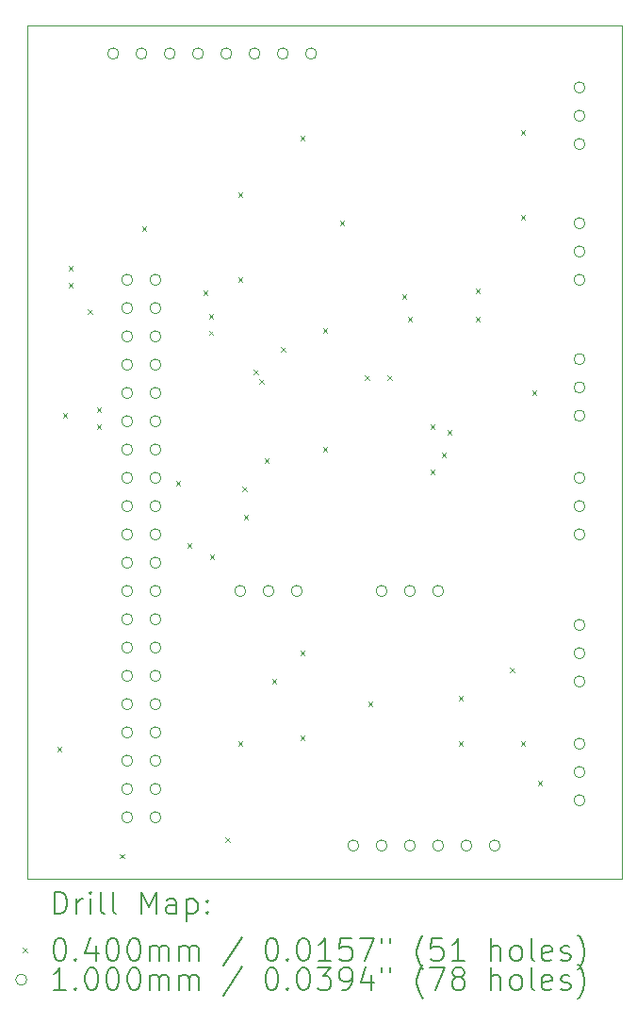
<source format=gbr>
%TF.GenerationSoftware,KiCad,Pcbnew,7.0.1-0*%
%TF.CreationDate,2024-03-21T16:57:51-04:00*%
%TF.ProjectId,pihat,70696861-742e-46b6-9963-61645f706362,rev?*%
%TF.SameCoordinates,Original*%
%TF.FileFunction,Drillmap*%
%TF.FilePolarity,Positive*%
%FSLAX45Y45*%
G04 Gerber Fmt 4.5, Leading zero omitted, Abs format (unit mm)*
G04 Created by KiCad (PCBNEW 7.0.1-0) date 2024-03-21 16:57:51*
%MOMM*%
%LPD*%
G01*
G04 APERTURE LIST*
%ADD10C,0.100000*%
%ADD11C,0.200000*%
%ADD12C,0.040000*%
G04 APERTURE END LIST*
D10*
X5200000Y-5588000D02*
X10541000Y-5588000D01*
X10541000Y-13250000D01*
X5200000Y-13250000D01*
X5200000Y-5588000D01*
D11*
D12*
X5466400Y-12070400D02*
X5506400Y-12110400D01*
X5506400Y-12070400D02*
X5466400Y-12110400D01*
X5517200Y-9073200D02*
X5557200Y-9113200D01*
X5557200Y-9073200D02*
X5517200Y-9113200D01*
X5567950Y-7752400D02*
X5607950Y-7792400D01*
X5607950Y-7752400D02*
X5567950Y-7792400D01*
X5567950Y-7904800D02*
X5607950Y-7944800D01*
X5607950Y-7904800D02*
X5567950Y-7944800D01*
X5739810Y-8139390D02*
X5779810Y-8179390D01*
X5779810Y-8139390D02*
X5739810Y-8179390D01*
X5822000Y-9022400D02*
X5862000Y-9062400D01*
X5862000Y-9022400D02*
X5822000Y-9062400D01*
X5822000Y-9174800D02*
X5862000Y-9214800D01*
X5862000Y-9174800D02*
X5822000Y-9214800D01*
X6030000Y-13030000D02*
X6070000Y-13070000D01*
X6070000Y-13030000D02*
X6030000Y-13070000D01*
X6228400Y-7396800D02*
X6268400Y-7436800D01*
X6268400Y-7396800D02*
X6228400Y-7436800D01*
X6533200Y-9682800D02*
X6573200Y-9722800D01*
X6573200Y-9682800D02*
X6533200Y-9722800D01*
X6634800Y-10241600D02*
X6674800Y-10281600D01*
X6674800Y-10241600D02*
X6634800Y-10281600D01*
X6780000Y-7971500D02*
X6820000Y-8011500D01*
X6820000Y-7971500D02*
X6780000Y-8011500D01*
X6830000Y-8180450D02*
X6870000Y-8220450D01*
X6870000Y-8180450D02*
X6830000Y-8220450D01*
X6830000Y-8330000D02*
X6870000Y-8370000D01*
X6870000Y-8330000D02*
X6830000Y-8370000D01*
X6838000Y-10343200D02*
X6878000Y-10383200D01*
X6878000Y-10343200D02*
X6838000Y-10383200D01*
X6980000Y-12880000D02*
X7020000Y-12920000D01*
X7020000Y-12880000D02*
X6980000Y-12920000D01*
X7092000Y-7092000D02*
X7132000Y-7132000D01*
X7132000Y-7092000D02*
X7092000Y-7132000D01*
X7092000Y-7854000D02*
X7132000Y-7894000D01*
X7132000Y-7854000D02*
X7092000Y-7894000D01*
X7092000Y-12019600D02*
X7132000Y-12059600D01*
X7132000Y-12019600D02*
X7092000Y-12059600D01*
X7130000Y-9730000D02*
X7170000Y-9770000D01*
X7170000Y-9730000D02*
X7130000Y-9770000D01*
X7142800Y-9987600D02*
X7182800Y-10027600D01*
X7182800Y-9987600D02*
X7142800Y-10027600D01*
X7230000Y-8680000D02*
X7270000Y-8720000D01*
X7270000Y-8680000D02*
X7230000Y-8720000D01*
X7280000Y-8769550D02*
X7320000Y-8809550D01*
X7320000Y-8769550D02*
X7280000Y-8809550D01*
X7330000Y-9480000D02*
X7370000Y-9520000D01*
X7370000Y-9480000D02*
X7330000Y-9520000D01*
X7396800Y-11460800D02*
X7436800Y-11500800D01*
X7436800Y-11460800D02*
X7396800Y-11500800D01*
X7480000Y-8480000D02*
X7520000Y-8520000D01*
X7520000Y-8480000D02*
X7480000Y-8520000D01*
X7650800Y-6584000D02*
X7690800Y-6624000D01*
X7690800Y-6584000D02*
X7650800Y-6624000D01*
X7650800Y-11206800D02*
X7690800Y-11246800D01*
X7690800Y-11206800D02*
X7650800Y-11246800D01*
X7650800Y-11968800D02*
X7690800Y-12008800D01*
X7690800Y-11968800D02*
X7650800Y-12008800D01*
X7854000Y-8311200D02*
X7894000Y-8351200D01*
X7894000Y-8311200D02*
X7854000Y-8351200D01*
X7854000Y-9378000D02*
X7894000Y-9418000D01*
X7894000Y-9378000D02*
X7854000Y-9418000D01*
X8006400Y-7346000D02*
X8046400Y-7386000D01*
X8046400Y-7346000D02*
X8006400Y-7386000D01*
X8230000Y-8730000D02*
X8270000Y-8770000D01*
X8270000Y-8730000D02*
X8230000Y-8770000D01*
X8260400Y-11664000D02*
X8300400Y-11704000D01*
X8300400Y-11664000D02*
X8260400Y-11704000D01*
X8434450Y-8730000D02*
X8474450Y-8770000D01*
X8474450Y-8730000D02*
X8434450Y-8770000D01*
X8565200Y-8006400D02*
X8605200Y-8046400D01*
X8605200Y-8006400D02*
X8565200Y-8046400D01*
X8616000Y-8209600D02*
X8656000Y-8249600D01*
X8656000Y-8209600D02*
X8616000Y-8249600D01*
X8819200Y-9174800D02*
X8859200Y-9214800D01*
X8859200Y-9174800D02*
X8819200Y-9214800D01*
X8819200Y-9581200D02*
X8859200Y-9621200D01*
X8859200Y-9581200D02*
X8819200Y-9621200D01*
X8920800Y-9428800D02*
X8960800Y-9468800D01*
X8960800Y-9428800D02*
X8920800Y-9468800D01*
X8971600Y-9225600D02*
X9011600Y-9265600D01*
X9011600Y-9225600D02*
X8971600Y-9265600D01*
X9073200Y-11613200D02*
X9113200Y-11653200D01*
X9113200Y-11613200D02*
X9073200Y-11653200D01*
X9073200Y-12019600D02*
X9113200Y-12059600D01*
X9113200Y-12019600D02*
X9073200Y-12059600D01*
X9225600Y-7955600D02*
X9265600Y-7995600D01*
X9265600Y-7955600D02*
X9225600Y-7995600D01*
X9225600Y-8209600D02*
X9265600Y-8249600D01*
X9265600Y-8209600D02*
X9225600Y-8249600D01*
X9533000Y-11359200D02*
X9573000Y-11399200D01*
X9573000Y-11359200D02*
X9533000Y-11399200D01*
X9632000Y-6533200D02*
X9672000Y-6573200D01*
X9672000Y-6533200D02*
X9632000Y-6573200D01*
X9632000Y-7295200D02*
X9672000Y-7335200D01*
X9672000Y-7295200D02*
X9632000Y-7335200D01*
X9632000Y-12019600D02*
X9672000Y-12059600D01*
X9672000Y-12019600D02*
X9632000Y-12059600D01*
X9733600Y-8870000D02*
X9773600Y-8910000D01*
X9773600Y-8870000D02*
X9733600Y-8910000D01*
X9784400Y-12375200D02*
X9824400Y-12415200D01*
X9824400Y-12375200D02*
X9784400Y-12415200D01*
D10*
X6020500Y-5842000D02*
G75*
G03*
X6020500Y-5842000I-50000J0D01*
G01*
X6146000Y-7874000D02*
G75*
G03*
X6146000Y-7874000I-50000J0D01*
G01*
X6146000Y-8128000D02*
G75*
G03*
X6146000Y-8128000I-50000J0D01*
G01*
X6146000Y-8382000D02*
G75*
G03*
X6146000Y-8382000I-50000J0D01*
G01*
X6146000Y-8636000D02*
G75*
G03*
X6146000Y-8636000I-50000J0D01*
G01*
X6146000Y-8890000D02*
G75*
G03*
X6146000Y-8890000I-50000J0D01*
G01*
X6146000Y-9144000D02*
G75*
G03*
X6146000Y-9144000I-50000J0D01*
G01*
X6146000Y-9398000D02*
G75*
G03*
X6146000Y-9398000I-50000J0D01*
G01*
X6146000Y-9652000D02*
G75*
G03*
X6146000Y-9652000I-50000J0D01*
G01*
X6146000Y-9906000D02*
G75*
G03*
X6146000Y-9906000I-50000J0D01*
G01*
X6146000Y-10160000D02*
G75*
G03*
X6146000Y-10160000I-50000J0D01*
G01*
X6146000Y-10414000D02*
G75*
G03*
X6146000Y-10414000I-50000J0D01*
G01*
X6146000Y-10668000D02*
G75*
G03*
X6146000Y-10668000I-50000J0D01*
G01*
X6146000Y-10922000D02*
G75*
G03*
X6146000Y-10922000I-50000J0D01*
G01*
X6146000Y-11176000D02*
G75*
G03*
X6146000Y-11176000I-50000J0D01*
G01*
X6146000Y-11430000D02*
G75*
G03*
X6146000Y-11430000I-50000J0D01*
G01*
X6146000Y-11684000D02*
G75*
G03*
X6146000Y-11684000I-50000J0D01*
G01*
X6146000Y-11938000D02*
G75*
G03*
X6146000Y-11938000I-50000J0D01*
G01*
X6146000Y-12192000D02*
G75*
G03*
X6146000Y-12192000I-50000J0D01*
G01*
X6146000Y-12446000D02*
G75*
G03*
X6146000Y-12446000I-50000J0D01*
G01*
X6146000Y-12700000D02*
G75*
G03*
X6146000Y-12700000I-50000J0D01*
G01*
X6274500Y-5842000D02*
G75*
G03*
X6274500Y-5842000I-50000J0D01*
G01*
X6400000Y-7874000D02*
G75*
G03*
X6400000Y-7874000I-50000J0D01*
G01*
X6400000Y-8128000D02*
G75*
G03*
X6400000Y-8128000I-50000J0D01*
G01*
X6400000Y-8382000D02*
G75*
G03*
X6400000Y-8382000I-50000J0D01*
G01*
X6400000Y-8636000D02*
G75*
G03*
X6400000Y-8636000I-50000J0D01*
G01*
X6400000Y-8890000D02*
G75*
G03*
X6400000Y-8890000I-50000J0D01*
G01*
X6400000Y-9144000D02*
G75*
G03*
X6400000Y-9144000I-50000J0D01*
G01*
X6400000Y-9398000D02*
G75*
G03*
X6400000Y-9398000I-50000J0D01*
G01*
X6400000Y-9652000D02*
G75*
G03*
X6400000Y-9652000I-50000J0D01*
G01*
X6400000Y-9906000D02*
G75*
G03*
X6400000Y-9906000I-50000J0D01*
G01*
X6400000Y-10160000D02*
G75*
G03*
X6400000Y-10160000I-50000J0D01*
G01*
X6400000Y-10414000D02*
G75*
G03*
X6400000Y-10414000I-50000J0D01*
G01*
X6400000Y-10668000D02*
G75*
G03*
X6400000Y-10668000I-50000J0D01*
G01*
X6400000Y-10922000D02*
G75*
G03*
X6400000Y-10922000I-50000J0D01*
G01*
X6400000Y-11176000D02*
G75*
G03*
X6400000Y-11176000I-50000J0D01*
G01*
X6400000Y-11430000D02*
G75*
G03*
X6400000Y-11430000I-50000J0D01*
G01*
X6400000Y-11684000D02*
G75*
G03*
X6400000Y-11684000I-50000J0D01*
G01*
X6400000Y-11938000D02*
G75*
G03*
X6400000Y-11938000I-50000J0D01*
G01*
X6400000Y-12192000D02*
G75*
G03*
X6400000Y-12192000I-50000J0D01*
G01*
X6400000Y-12446000D02*
G75*
G03*
X6400000Y-12446000I-50000J0D01*
G01*
X6400000Y-12700000D02*
G75*
G03*
X6400000Y-12700000I-50000J0D01*
G01*
X6528500Y-5842000D02*
G75*
G03*
X6528500Y-5842000I-50000J0D01*
G01*
X6782500Y-5842000D02*
G75*
G03*
X6782500Y-5842000I-50000J0D01*
G01*
X7036500Y-5842000D02*
G75*
G03*
X7036500Y-5842000I-50000J0D01*
G01*
X7162000Y-10668000D02*
G75*
G03*
X7162000Y-10668000I-50000J0D01*
G01*
X7290500Y-5842000D02*
G75*
G03*
X7290500Y-5842000I-50000J0D01*
G01*
X7416000Y-10668000D02*
G75*
G03*
X7416000Y-10668000I-50000J0D01*
G01*
X7544500Y-5842000D02*
G75*
G03*
X7544500Y-5842000I-50000J0D01*
G01*
X7670000Y-10668000D02*
G75*
G03*
X7670000Y-10668000I-50000J0D01*
G01*
X7798500Y-5842000D02*
G75*
G03*
X7798500Y-5842000I-50000J0D01*
G01*
X8178000Y-12954000D02*
G75*
G03*
X8178000Y-12954000I-50000J0D01*
G01*
X8432000Y-10668000D02*
G75*
G03*
X8432000Y-10668000I-50000J0D01*
G01*
X8432000Y-12954000D02*
G75*
G03*
X8432000Y-12954000I-50000J0D01*
G01*
X8686000Y-10668000D02*
G75*
G03*
X8686000Y-10668000I-50000J0D01*
G01*
X8686000Y-12954000D02*
G75*
G03*
X8686000Y-12954000I-50000J0D01*
G01*
X8940000Y-10668000D02*
G75*
G03*
X8940000Y-10668000I-50000J0D01*
G01*
X8940000Y-12954000D02*
G75*
G03*
X8940000Y-12954000I-50000J0D01*
G01*
X9194000Y-12954000D02*
G75*
G03*
X9194000Y-12954000I-50000J0D01*
G01*
X9448000Y-12954000D02*
G75*
G03*
X9448000Y-12954000I-50000J0D01*
G01*
X10210000Y-6146800D02*
G75*
G03*
X10210000Y-6146800I-50000J0D01*
G01*
X10210000Y-6400800D02*
G75*
G03*
X10210000Y-6400800I-50000J0D01*
G01*
X10210000Y-6654800D02*
G75*
G03*
X10210000Y-6654800I-50000J0D01*
G01*
X10210000Y-7366000D02*
G75*
G03*
X10210000Y-7366000I-50000J0D01*
G01*
X10210000Y-7620000D02*
G75*
G03*
X10210000Y-7620000I-50000J0D01*
G01*
X10210000Y-7874000D02*
G75*
G03*
X10210000Y-7874000I-50000J0D01*
G01*
X10210000Y-8586700D02*
G75*
G03*
X10210000Y-8586700I-50000J0D01*
G01*
X10210000Y-8840700D02*
G75*
G03*
X10210000Y-8840700I-50000J0D01*
G01*
X10210000Y-9094700D02*
G75*
G03*
X10210000Y-9094700I-50000J0D01*
G01*
X10210000Y-9652000D02*
G75*
G03*
X10210000Y-9652000I-50000J0D01*
G01*
X10210000Y-9906000D02*
G75*
G03*
X10210000Y-9906000I-50000J0D01*
G01*
X10210000Y-10160000D02*
G75*
G03*
X10210000Y-10160000I-50000J0D01*
G01*
X10210000Y-10972800D02*
G75*
G03*
X10210000Y-10972800I-50000J0D01*
G01*
X10210000Y-11226800D02*
G75*
G03*
X10210000Y-11226800I-50000J0D01*
G01*
X10210000Y-11480800D02*
G75*
G03*
X10210000Y-11480800I-50000J0D01*
G01*
X10210000Y-12039600D02*
G75*
G03*
X10210000Y-12039600I-50000J0D01*
G01*
X10210000Y-12293600D02*
G75*
G03*
X10210000Y-12293600I-50000J0D01*
G01*
X10210000Y-12547600D02*
G75*
G03*
X10210000Y-12547600I-50000J0D01*
G01*
D11*
X5442619Y-13567524D02*
X5442619Y-13367524D01*
X5442619Y-13367524D02*
X5490238Y-13367524D01*
X5490238Y-13367524D02*
X5518810Y-13377048D01*
X5518810Y-13377048D02*
X5537857Y-13396095D01*
X5537857Y-13396095D02*
X5547381Y-13415143D01*
X5547381Y-13415143D02*
X5556905Y-13453238D01*
X5556905Y-13453238D02*
X5556905Y-13481809D01*
X5556905Y-13481809D02*
X5547381Y-13519905D01*
X5547381Y-13519905D02*
X5537857Y-13538952D01*
X5537857Y-13538952D02*
X5518810Y-13558000D01*
X5518810Y-13558000D02*
X5490238Y-13567524D01*
X5490238Y-13567524D02*
X5442619Y-13567524D01*
X5642619Y-13567524D02*
X5642619Y-13434190D01*
X5642619Y-13472286D02*
X5652143Y-13453238D01*
X5652143Y-13453238D02*
X5661667Y-13443714D01*
X5661667Y-13443714D02*
X5680714Y-13434190D01*
X5680714Y-13434190D02*
X5699762Y-13434190D01*
X5766428Y-13567524D02*
X5766428Y-13434190D01*
X5766428Y-13367524D02*
X5756905Y-13377048D01*
X5756905Y-13377048D02*
X5766428Y-13386571D01*
X5766428Y-13386571D02*
X5775952Y-13377048D01*
X5775952Y-13377048D02*
X5766428Y-13367524D01*
X5766428Y-13367524D02*
X5766428Y-13386571D01*
X5890238Y-13567524D02*
X5871190Y-13558000D01*
X5871190Y-13558000D02*
X5861667Y-13538952D01*
X5861667Y-13538952D02*
X5861667Y-13367524D01*
X5995000Y-13567524D02*
X5975952Y-13558000D01*
X5975952Y-13558000D02*
X5966428Y-13538952D01*
X5966428Y-13538952D02*
X5966428Y-13367524D01*
X6223571Y-13567524D02*
X6223571Y-13367524D01*
X6223571Y-13367524D02*
X6290238Y-13510381D01*
X6290238Y-13510381D02*
X6356905Y-13367524D01*
X6356905Y-13367524D02*
X6356905Y-13567524D01*
X6537857Y-13567524D02*
X6537857Y-13462762D01*
X6537857Y-13462762D02*
X6528333Y-13443714D01*
X6528333Y-13443714D02*
X6509286Y-13434190D01*
X6509286Y-13434190D02*
X6471190Y-13434190D01*
X6471190Y-13434190D02*
X6452143Y-13443714D01*
X6537857Y-13558000D02*
X6518809Y-13567524D01*
X6518809Y-13567524D02*
X6471190Y-13567524D01*
X6471190Y-13567524D02*
X6452143Y-13558000D01*
X6452143Y-13558000D02*
X6442619Y-13538952D01*
X6442619Y-13538952D02*
X6442619Y-13519905D01*
X6442619Y-13519905D02*
X6452143Y-13500857D01*
X6452143Y-13500857D02*
X6471190Y-13491333D01*
X6471190Y-13491333D02*
X6518809Y-13491333D01*
X6518809Y-13491333D02*
X6537857Y-13481809D01*
X6633095Y-13434190D02*
X6633095Y-13634190D01*
X6633095Y-13443714D02*
X6652143Y-13434190D01*
X6652143Y-13434190D02*
X6690238Y-13434190D01*
X6690238Y-13434190D02*
X6709286Y-13443714D01*
X6709286Y-13443714D02*
X6718809Y-13453238D01*
X6718809Y-13453238D02*
X6728333Y-13472286D01*
X6728333Y-13472286D02*
X6728333Y-13529428D01*
X6728333Y-13529428D02*
X6718809Y-13548476D01*
X6718809Y-13548476D02*
X6709286Y-13558000D01*
X6709286Y-13558000D02*
X6690238Y-13567524D01*
X6690238Y-13567524D02*
X6652143Y-13567524D01*
X6652143Y-13567524D02*
X6633095Y-13558000D01*
X6814048Y-13548476D02*
X6823571Y-13558000D01*
X6823571Y-13558000D02*
X6814048Y-13567524D01*
X6814048Y-13567524D02*
X6804524Y-13558000D01*
X6804524Y-13558000D02*
X6814048Y-13548476D01*
X6814048Y-13548476D02*
X6814048Y-13567524D01*
X6814048Y-13443714D02*
X6823571Y-13453238D01*
X6823571Y-13453238D02*
X6814048Y-13462762D01*
X6814048Y-13462762D02*
X6804524Y-13453238D01*
X6804524Y-13453238D02*
X6814048Y-13443714D01*
X6814048Y-13443714D02*
X6814048Y-13462762D01*
D12*
X5155000Y-13875000D02*
X5195000Y-13915000D01*
X5195000Y-13875000D02*
X5155000Y-13915000D01*
D11*
X5480714Y-13787524D02*
X5499762Y-13787524D01*
X5499762Y-13787524D02*
X5518810Y-13797048D01*
X5518810Y-13797048D02*
X5528333Y-13806571D01*
X5528333Y-13806571D02*
X5537857Y-13825619D01*
X5537857Y-13825619D02*
X5547381Y-13863714D01*
X5547381Y-13863714D02*
X5547381Y-13911333D01*
X5547381Y-13911333D02*
X5537857Y-13949428D01*
X5537857Y-13949428D02*
X5528333Y-13968476D01*
X5528333Y-13968476D02*
X5518810Y-13978000D01*
X5518810Y-13978000D02*
X5499762Y-13987524D01*
X5499762Y-13987524D02*
X5480714Y-13987524D01*
X5480714Y-13987524D02*
X5461667Y-13978000D01*
X5461667Y-13978000D02*
X5452143Y-13968476D01*
X5452143Y-13968476D02*
X5442619Y-13949428D01*
X5442619Y-13949428D02*
X5433095Y-13911333D01*
X5433095Y-13911333D02*
X5433095Y-13863714D01*
X5433095Y-13863714D02*
X5442619Y-13825619D01*
X5442619Y-13825619D02*
X5452143Y-13806571D01*
X5452143Y-13806571D02*
X5461667Y-13797048D01*
X5461667Y-13797048D02*
X5480714Y-13787524D01*
X5633095Y-13968476D02*
X5642619Y-13978000D01*
X5642619Y-13978000D02*
X5633095Y-13987524D01*
X5633095Y-13987524D02*
X5623571Y-13978000D01*
X5623571Y-13978000D02*
X5633095Y-13968476D01*
X5633095Y-13968476D02*
X5633095Y-13987524D01*
X5814048Y-13854190D02*
X5814048Y-13987524D01*
X5766428Y-13778000D02*
X5718809Y-13920857D01*
X5718809Y-13920857D02*
X5842619Y-13920857D01*
X5956905Y-13787524D02*
X5975952Y-13787524D01*
X5975952Y-13787524D02*
X5995000Y-13797048D01*
X5995000Y-13797048D02*
X6004524Y-13806571D01*
X6004524Y-13806571D02*
X6014048Y-13825619D01*
X6014048Y-13825619D02*
X6023571Y-13863714D01*
X6023571Y-13863714D02*
X6023571Y-13911333D01*
X6023571Y-13911333D02*
X6014048Y-13949428D01*
X6014048Y-13949428D02*
X6004524Y-13968476D01*
X6004524Y-13968476D02*
X5995000Y-13978000D01*
X5995000Y-13978000D02*
X5975952Y-13987524D01*
X5975952Y-13987524D02*
X5956905Y-13987524D01*
X5956905Y-13987524D02*
X5937857Y-13978000D01*
X5937857Y-13978000D02*
X5928333Y-13968476D01*
X5928333Y-13968476D02*
X5918809Y-13949428D01*
X5918809Y-13949428D02*
X5909286Y-13911333D01*
X5909286Y-13911333D02*
X5909286Y-13863714D01*
X5909286Y-13863714D02*
X5918809Y-13825619D01*
X5918809Y-13825619D02*
X5928333Y-13806571D01*
X5928333Y-13806571D02*
X5937857Y-13797048D01*
X5937857Y-13797048D02*
X5956905Y-13787524D01*
X6147381Y-13787524D02*
X6166429Y-13787524D01*
X6166429Y-13787524D02*
X6185476Y-13797048D01*
X6185476Y-13797048D02*
X6195000Y-13806571D01*
X6195000Y-13806571D02*
X6204524Y-13825619D01*
X6204524Y-13825619D02*
X6214048Y-13863714D01*
X6214048Y-13863714D02*
X6214048Y-13911333D01*
X6214048Y-13911333D02*
X6204524Y-13949428D01*
X6204524Y-13949428D02*
X6195000Y-13968476D01*
X6195000Y-13968476D02*
X6185476Y-13978000D01*
X6185476Y-13978000D02*
X6166429Y-13987524D01*
X6166429Y-13987524D02*
X6147381Y-13987524D01*
X6147381Y-13987524D02*
X6128333Y-13978000D01*
X6128333Y-13978000D02*
X6118809Y-13968476D01*
X6118809Y-13968476D02*
X6109286Y-13949428D01*
X6109286Y-13949428D02*
X6099762Y-13911333D01*
X6099762Y-13911333D02*
X6099762Y-13863714D01*
X6099762Y-13863714D02*
X6109286Y-13825619D01*
X6109286Y-13825619D02*
X6118809Y-13806571D01*
X6118809Y-13806571D02*
X6128333Y-13797048D01*
X6128333Y-13797048D02*
X6147381Y-13787524D01*
X6299762Y-13987524D02*
X6299762Y-13854190D01*
X6299762Y-13873238D02*
X6309286Y-13863714D01*
X6309286Y-13863714D02*
X6328333Y-13854190D01*
X6328333Y-13854190D02*
X6356905Y-13854190D01*
X6356905Y-13854190D02*
X6375952Y-13863714D01*
X6375952Y-13863714D02*
X6385476Y-13882762D01*
X6385476Y-13882762D02*
X6385476Y-13987524D01*
X6385476Y-13882762D02*
X6395000Y-13863714D01*
X6395000Y-13863714D02*
X6414048Y-13854190D01*
X6414048Y-13854190D02*
X6442619Y-13854190D01*
X6442619Y-13854190D02*
X6461667Y-13863714D01*
X6461667Y-13863714D02*
X6471190Y-13882762D01*
X6471190Y-13882762D02*
X6471190Y-13987524D01*
X6566429Y-13987524D02*
X6566429Y-13854190D01*
X6566429Y-13873238D02*
X6575952Y-13863714D01*
X6575952Y-13863714D02*
X6595000Y-13854190D01*
X6595000Y-13854190D02*
X6623571Y-13854190D01*
X6623571Y-13854190D02*
X6642619Y-13863714D01*
X6642619Y-13863714D02*
X6652143Y-13882762D01*
X6652143Y-13882762D02*
X6652143Y-13987524D01*
X6652143Y-13882762D02*
X6661667Y-13863714D01*
X6661667Y-13863714D02*
X6680714Y-13854190D01*
X6680714Y-13854190D02*
X6709286Y-13854190D01*
X6709286Y-13854190D02*
X6728333Y-13863714D01*
X6728333Y-13863714D02*
X6737857Y-13882762D01*
X6737857Y-13882762D02*
X6737857Y-13987524D01*
X7128333Y-13778000D02*
X6956905Y-14035143D01*
X7385476Y-13787524D02*
X7404524Y-13787524D01*
X7404524Y-13787524D02*
X7423572Y-13797048D01*
X7423572Y-13797048D02*
X7433095Y-13806571D01*
X7433095Y-13806571D02*
X7442619Y-13825619D01*
X7442619Y-13825619D02*
X7452143Y-13863714D01*
X7452143Y-13863714D02*
X7452143Y-13911333D01*
X7452143Y-13911333D02*
X7442619Y-13949428D01*
X7442619Y-13949428D02*
X7433095Y-13968476D01*
X7433095Y-13968476D02*
X7423572Y-13978000D01*
X7423572Y-13978000D02*
X7404524Y-13987524D01*
X7404524Y-13987524D02*
X7385476Y-13987524D01*
X7385476Y-13987524D02*
X7366429Y-13978000D01*
X7366429Y-13978000D02*
X7356905Y-13968476D01*
X7356905Y-13968476D02*
X7347381Y-13949428D01*
X7347381Y-13949428D02*
X7337857Y-13911333D01*
X7337857Y-13911333D02*
X7337857Y-13863714D01*
X7337857Y-13863714D02*
X7347381Y-13825619D01*
X7347381Y-13825619D02*
X7356905Y-13806571D01*
X7356905Y-13806571D02*
X7366429Y-13797048D01*
X7366429Y-13797048D02*
X7385476Y-13787524D01*
X7537857Y-13968476D02*
X7547381Y-13978000D01*
X7547381Y-13978000D02*
X7537857Y-13987524D01*
X7537857Y-13987524D02*
X7528333Y-13978000D01*
X7528333Y-13978000D02*
X7537857Y-13968476D01*
X7537857Y-13968476D02*
X7537857Y-13987524D01*
X7671191Y-13787524D02*
X7690238Y-13787524D01*
X7690238Y-13787524D02*
X7709286Y-13797048D01*
X7709286Y-13797048D02*
X7718810Y-13806571D01*
X7718810Y-13806571D02*
X7728333Y-13825619D01*
X7728333Y-13825619D02*
X7737857Y-13863714D01*
X7737857Y-13863714D02*
X7737857Y-13911333D01*
X7737857Y-13911333D02*
X7728333Y-13949428D01*
X7728333Y-13949428D02*
X7718810Y-13968476D01*
X7718810Y-13968476D02*
X7709286Y-13978000D01*
X7709286Y-13978000D02*
X7690238Y-13987524D01*
X7690238Y-13987524D02*
X7671191Y-13987524D01*
X7671191Y-13987524D02*
X7652143Y-13978000D01*
X7652143Y-13978000D02*
X7642619Y-13968476D01*
X7642619Y-13968476D02*
X7633095Y-13949428D01*
X7633095Y-13949428D02*
X7623572Y-13911333D01*
X7623572Y-13911333D02*
X7623572Y-13863714D01*
X7623572Y-13863714D02*
X7633095Y-13825619D01*
X7633095Y-13825619D02*
X7642619Y-13806571D01*
X7642619Y-13806571D02*
X7652143Y-13797048D01*
X7652143Y-13797048D02*
X7671191Y-13787524D01*
X7928333Y-13987524D02*
X7814048Y-13987524D01*
X7871191Y-13987524D02*
X7871191Y-13787524D01*
X7871191Y-13787524D02*
X7852143Y-13816095D01*
X7852143Y-13816095D02*
X7833095Y-13835143D01*
X7833095Y-13835143D02*
X7814048Y-13844667D01*
X8109286Y-13787524D02*
X8014048Y-13787524D01*
X8014048Y-13787524D02*
X8004524Y-13882762D01*
X8004524Y-13882762D02*
X8014048Y-13873238D01*
X8014048Y-13873238D02*
X8033095Y-13863714D01*
X8033095Y-13863714D02*
X8080714Y-13863714D01*
X8080714Y-13863714D02*
X8099762Y-13873238D01*
X8099762Y-13873238D02*
X8109286Y-13882762D01*
X8109286Y-13882762D02*
X8118810Y-13901809D01*
X8118810Y-13901809D02*
X8118810Y-13949428D01*
X8118810Y-13949428D02*
X8109286Y-13968476D01*
X8109286Y-13968476D02*
X8099762Y-13978000D01*
X8099762Y-13978000D02*
X8080714Y-13987524D01*
X8080714Y-13987524D02*
X8033095Y-13987524D01*
X8033095Y-13987524D02*
X8014048Y-13978000D01*
X8014048Y-13978000D02*
X8004524Y-13968476D01*
X8185476Y-13787524D02*
X8318810Y-13787524D01*
X8318810Y-13787524D02*
X8233095Y-13987524D01*
X8385476Y-13787524D02*
X8385476Y-13825619D01*
X8461667Y-13787524D02*
X8461667Y-13825619D01*
X8756905Y-14063714D02*
X8747381Y-14054190D01*
X8747381Y-14054190D02*
X8728334Y-14025619D01*
X8728334Y-14025619D02*
X8718810Y-14006571D01*
X8718810Y-14006571D02*
X8709286Y-13978000D01*
X8709286Y-13978000D02*
X8699762Y-13930381D01*
X8699762Y-13930381D02*
X8699762Y-13892286D01*
X8699762Y-13892286D02*
X8709286Y-13844667D01*
X8709286Y-13844667D02*
X8718810Y-13816095D01*
X8718810Y-13816095D02*
X8728334Y-13797048D01*
X8728334Y-13797048D02*
X8747381Y-13768476D01*
X8747381Y-13768476D02*
X8756905Y-13758952D01*
X8928334Y-13787524D02*
X8833096Y-13787524D01*
X8833096Y-13787524D02*
X8823572Y-13882762D01*
X8823572Y-13882762D02*
X8833096Y-13873238D01*
X8833096Y-13873238D02*
X8852143Y-13863714D01*
X8852143Y-13863714D02*
X8899762Y-13863714D01*
X8899762Y-13863714D02*
X8918810Y-13873238D01*
X8918810Y-13873238D02*
X8928334Y-13882762D01*
X8928334Y-13882762D02*
X8937857Y-13901809D01*
X8937857Y-13901809D02*
X8937857Y-13949428D01*
X8937857Y-13949428D02*
X8928334Y-13968476D01*
X8928334Y-13968476D02*
X8918810Y-13978000D01*
X8918810Y-13978000D02*
X8899762Y-13987524D01*
X8899762Y-13987524D02*
X8852143Y-13987524D01*
X8852143Y-13987524D02*
X8833096Y-13978000D01*
X8833096Y-13978000D02*
X8823572Y-13968476D01*
X9128334Y-13987524D02*
X9014048Y-13987524D01*
X9071191Y-13987524D02*
X9071191Y-13787524D01*
X9071191Y-13787524D02*
X9052143Y-13816095D01*
X9052143Y-13816095D02*
X9033096Y-13835143D01*
X9033096Y-13835143D02*
X9014048Y-13844667D01*
X9366429Y-13987524D02*
X9366429Y-13787524D01*
X9452143Y-13987524D02*
X9452143Y-13882762D01*
X9452143Y-13882762D02*
X9442619Y-13863714D01*
X9442619Y-13863714D02*
X9423572Y-13854190D01*
X9423572Y-13854190D02*
X9395000Y-13854190D01*
X9395000Y-13854190D02*
X9375953Y-13863714D01*
X9375953Y-13863714D02*
X9366429Y-13873238D01*
X9575953Y-13987524D02*
X9556905Y-13978000D01*
X9556905Y-13978000D02*
X9547381Y-13968476D01*
X9547381Y-13968476D02*
X9537858Y-13949428D01*
X9537858Y-13949428D02*
X9537858Y-13892286D01*
X9537858Y-13892286D02*
X9547381Y-13873238D01*
X9547381Y-13873238D02*
X9556905Y-13863714D01*
X9556905Y-13863714D02*
X9575953Y-13854190D01*
X9575953Y-13854190D02*
X9604524Y-13854190D01*
X9604524Y-13854190D02*
X9623572Y-13863714D01*
X9623572Y-13863714D02*
X9633096Y-13873238D01*
X9633096Y-13873238D02*
X9642619Y-13892286D01*
X9642619Y-13892286D02*
X9642619Y-13949428D01*
X9642619Y-13949428D02*
X9633096Y-13968476D01*
X9633096Y-13968476D02*
X9623572Y-13978000D01*
X9623572Y-13978000D02*
X9604524Y-13987524D01*
X9604524Y-13987524D02*
X9575953Y-13987524D01*
X9756905Y-13987524D02*
X9737858Y-13978000D01*
X9737858Y-13978000D02*
X9728334Y-13958952D01*
X9728334Y-13958952D02*
X9728334Y-13787524D01*
X9909286Y-13978000D02*
X9890239Y-13987524D01*
X9890239Y-13987524D02*
X9852143Y-13987524D01*
X9852143Y-13987524D02*
X9833096Y-13978000D01*
X9833096Y-13978000D02*
X9823572Y-13958952D01*
X9823572Y-13958952D02*
X9823572Y-13882762D01*
X9823572Y-13882762D02*
X9833096Y-13863714D01*
X9833096Y-13863714D02*
X9852143Y-13854190D01*
X9852143Y-13854190D02*
X9890239Y-13854190D01*
X9890239Y-13854190D02*
X9909286Y-13863714D01*
X9909286Y-13863714D02*
X9918810Y-13882762D01*
X9918810Y-13882762D02*
X9918810Y-13901809D01*
X9918810Y-13901809D02*
X9823572Y-13920857D01*
X9995000Y-13978000D02*
X10014048Y-13987524D01*
X10014048Y-13987524D02*
X10052143Y-13987524D01*
X10052143Y-13987524D02*
X10071191Y-13978000D01*
X10071191Y-13978000D02*
X10080715Y-13958952D01*
X10080715Y-13958952D02*
X10080715Y-13949428D01*
X10080715Y-13949428D02*
X10071191Y-13930381D01*
X10071191Y-13930381D02*
X10052143Y-13920857D01*
X10052143Y-13920857D02*
X10023572Y-13920857D01*
X10023572Y-13920857D02*
X10004524Y-13911333D01*
X10004524Y-13911333D02*
X9995000Y-13892286D01*
X9995000Y-13892286D02*
X9995000Y-13882762D01*
X9995000Y-13882762D02*
X10004524Y-13863714D01*
X10004524Y-13863714D02*
X10023572Y-13854190D01*
X10023572Y-13854190D02*
X10052143Y-13854190D01*
X10052143Y-13854190D02*
X10071191Y-13863714D01*
X10147381Y-14063714D02*
X10156905Y-14054190D01*
X10156905Y-14054190D02*
X10175953Y-14025619D01*
X10175953Y-14025619D02*
X10185477Y-14006571D01*
X10185477Y-14006571D02*
X10195000Y-13978000D01*
X10195000Y-13978000D02*
X10204524Y-13930381D01*
X10204524Y-13930381D02*
X10204524Y-13892286D01*
X10204524Y-13892286D02*
X10195000Y-13844667D01*
X10195000Y-13844667D02*
X10185477Y-13816095D01*
X10185477Y-13816095D02*
X10175953Y-13797048D01*
X10175953Y-13797048D02*
X10156905Y-13768476D01*
X10156905Y-13768476D02*
X10147381Y-13758952D01*
D10*
X5195000Y-14159000D02*
G75*
G03*
X5195000Y-14159000I-50000J0D01*
G01*
D11*
X5547381Y-14251524D02*
X5433095Y-14251524D01*
X5490238Y-14251524D02*
X5490238Y-14051524D01*
X5490238Y-14051524D02*
X5471190Y-14080095D01*
X5471190Y-14080095D02*
X5452143Y-14099143D01*
X5452143Y-14099143D02*
X5433095Y-14108667D01*
X5633095Y-14232476D02*
X5642619Y-14242000D01*
X5642619Y-14242000D02*
X5633095Y-14251524D01*
X5633095Y-14251524D02*
X5623571Y-14242000D01*
X5623571Y-14242000D02*
X5633095Y-14232476D01*
X5633095Y-14232476D02*
X5633095Y-14251524D01*
X5766428Y-14051524D02*
X5785476Y-14051524D01*
X5785476Y-14051524D02*
X5804524Y-14061048D01*
X5804524Y-14061048D02*
X5814048Y-14070571D01*
X5814048Y-14070571D02*
X5823571Y-14089619D01*
X5823571Y-14089619D02*
X5833095Y-14127714D01*
X5833095Y-14127714D02*
X5833095Y-14175333D01*
X5833095Y-14175333D02*
X5823571Y-14213428D01*
X5823571Y-14213428D02*
X5814048Y-14232476D01*
X5814048Y-14232476D02*
X5804524Y-14242000D01*
X5804524Y-14242000D02*
X5785476Y-14251524D01*
X5785476Y-14251524D02*
X5766428Y-14251524D01*
X5766428Y-14251524D02*
X5747381Y-14242000D01*
X5747381Y-14242000D02*
X5737857Y-14232476D01*
X5737857Y-14232476D02*
X5728333Y-14213428D01*
X5728333Y-14213428D02*
X5718809Y-14175333D01*
X5718809Y-14175333D02*
X5718809Y-14127714D01*
X5718809Y-14127714D02*
X5728333Y-14089619D01*
X5728333Y-14089619D02*
X5737857Y-14070571D01*
X5737857Y-14070571D02*
X5747381Y-14061048D01*
X5747381Y-14061048D02*
X5766428Y-14051524D01*
X5956905Y-14051524D02*
X5975952Y-14051524D01*
X5975952Y-14051524D02*
X5995000Y-14061048D01*
X5995000Y-14061048D02*
X6004524Y-14070571D01*
X6004524Y-14070571D02*
X6014048Y-14089619D01*
X6014048Y-14089619D02*
X6023571Y-14127714D01*
X6023571Y-14127714D02*
X6023571Y-14175333D01*
X6023571Y-14175333D02*
X6014048Y-14213428D01*
X6014048Y-14213428D02*
X6004524Y-14232476D01*
X6004524Y-14232476D02*
X5995000Y-14242000D01*
X5995000Y-14242000D02*
X5975952Y-14251524D01*
X5975952Y-14251524D02*
X5956905Y-14251524D01*
X5956905Y-14251524D02*
X5937857Y-14242000D01*
X5937857Y-14242000D02*
X5928333Y-14232476D01*
X5928333Y-14232476D02*
X5918809Y-14213428D01*
X5918809Y-14213428D02*
X5909286Y-14175333D01*
X5909286Y-14175333D02*
X5909286Y-14127714D01*
X5909286Y-14127714D02*
X5918809Y-14089619D01*
X5918809Y-14089619D02*
X5928333Y-14070571D01*
X5928333Y-14070571D02*
X5937857Y-14061048D01*
X5937857Y-14061048D02*
X5956905Y-14051524D01*
X6147381Y-14051524D02*
X6166429Y-14051524D01*
X6166429Y-14051524D02*
X6185476Y-14061048D01*
X6185476Y-14061048D02*
X6195000Y-14070571D01*
X6195000Y-14070571D02*
X6204524Y-14089619D01*
X6204524Y-14089619D02*
X6214048Y-14127714D01*
X6214048Y-14127714D02*
X6214048Y-14175333D01*
X6214048Y-14175333D02*
X6204524Y-14213428D01*
X6204524Y-14213428D02*
X6195000Y-14232476D01*
X6195000Y-14232476D02*
X6185476Y-14242000D01*
X6185476Y-14242000D02*
X6166429Y-14251524D01*
X6166429Y-14251524D02*
X6147381Y-14251524D01*
X6147381Y-14251524D02*
X6128333Y-14242000D01*
X6128333Y-14242000D02*
X6118809Y-14232476D01*
X6118809Y-14232476D02*
X6109286Y-14213428D01*
X6109286Y-14213428D02*
X6099762Y-14175333D01*
X6099762Y-14175333D02*
X6099762Y-14127714D01*
X6099762Y-14127714D02*
X6109286Y-14089619D01*
X6109286Y-14089619D02*
X6118809Y-14070571D01*
X6118809Y-14070571D02*
X6128333Y-14061048D01*
X6128333Y-14061048D02*
X6147381Y-14051524D01*
X6299762Y-14251524D02*
X6299762Y-14118190D01*
X6299762Y-14137238D02*
X6309286Y-14127714D01*
X6309286Y-14127714D02*
X6328333Y-14118190D01*
X6328333Y-14118190D02*
X6356905Y-14118190D01*
X6356905Y-14118190D02*
X6375952Y-14127714D01*
X6375952Y-14127714D02*
X6385476Y-14146762D01*
X6385476Y-14146762D02*
X6385476Y-14251524D01*
X6385476Y-14146762D02*
X6395000Y-14127714D01*
X6395000Y-14127714D02*
X6414048Y-14118190D01*
X6414048Y-14118190D02*
X6442619Y-14118190D01*
X6442619Y-14118190D02*
X6461667Y-14127714D01*
X6461667Y-14127714D02*
X6471190Y-14146762D01*
X6471190Y-14146762D02*
X6471190Y-14251524D01*
X6566429Y-14251524D02*
X6566429Y-14118190D01*
X6566429Y-14137238D02*
X6575952Y-14127714D01*
X6575952Y-14127714D02*
X6595000Y-14118190D01*
X6595000Y-14118190D02*
X6623571Y-14118190D01*
X6623571Y-14118190D02*
X6642619Y-14127714D01*
X6642619Y-14127714D02*
X6652143Y-14146762D01*
X6652143Y-14146762D02*
X6652143Y-14251524D01*
X6652143Y-14146762D02*
X6661667Y-14127714D01*
X6661667Y-14127714D02*
X6680714Y-14118190D01*
X6680714Y-14118190D02*
X6709286Y-14118190D01*
X6709286Y-14118190D02*
X6728333Y-14127714D01*
X6728333Y-14127714D02*
X6737857Y-14146762D01*
X6737857Y-14146762D02*
X6737857Y-14251524D01*
X7128333Y-14042000D02*
X6956905Y-14299143D01*
X7385476Y-14051524D02*
X7404524Y-14051524D01*
X7404524Y-14051524D02*
X7423572Y-14061048D01*
X7423572Y-14061048D02*
X7433095Y-14070571D01*
X7433095Y-14070571D02*
X7442619Y-14089619D01*
X7442619Y-14089619D02*
X7452143Y-14127714D01*
X7452143Y-14127714D02*
X7452143Y-14175333D01*
X7452143Y-14175333D02*
X7442619Y-14213428D01*
X7442619Y-14213428D02*
X7433095Y-14232476D01*
X7433095Y-14232476D02*
X7423572Y-14242000D01*
X7423572Y-14242000D02*
X7404524Y-14251524D01*
X7404524Y-14251524D02*
X7385476Y-14251524D01*
X7385476Y-14251524D02*
X7366429Y-14242000D01*
X7366429Y-14242000D02*
X7356905Y-14232476D01*
X7356905Y-14232476D02*
X7347381Y-14213428D01*
X7347381Y-14213428D02*
X7337857Y-14175333D01*
X7337857Y-14175333D02*
X7337857Y-14127714D01*
X7337857Y-14127714D02*
X7347381Y-14089619D01*
X7347381Y-14089619D02*
X7356905Y-14070571D01*
X7356905Y-14070571D02*
X7366429Y-14061048D01*
X7366429Y-14061048D02*
X7385476Y-14051524D01*
X7537857Y-14232476D02*
X7547381Y-14242000D01*
X7547381Y-14242000D02*
X7537857Y-14251524D01*
X7537857Y-14251524D02*
X7528333Y-14242000D01*
X7528333Y-14242000D02*
X7537857Y-14232476D01*
X7537857Y-14232476D02*
X7537857Y-14251524D01*
X7671191Y-14051524D02*
X7690238Y-14051524D01*
X7690238Y-14051524D02*
X7709286Y-14061048D01*
X7709286Y-14061048D02*
X7718810Y-14070571D01*
X7718810Y-14070571D02*
X7728333Y-14089619D01*
X7728333Y-14089619D02*
X7737857Y-14127714D01*
X7737857Y-14127714D02*
X7737857Y-14175333D01*
X7737857Y-14175333D02*
X7728333Y-14213428D01*
X7728333Y-14213428D02*
X7718810Y-14232476D01*
X7718810Y-14232476D02*
X7709286Y-14242000D01*
X7709286Y-14242000D02*
X7690238Y-14251524D01*
X7690238Y-14251524D02*
X7671191Y-14251524D01*
X7671191Y-14251524D02*
X7652143Y-14242000D01*
X7652143Y-14242000D02*
X7642619Y-14232476D01*
X7642619Y-14232476D02*
X7633095Y-14213428D01*
X7633095Y-14213428D02*
X7623572Y-14175333D01*
X7623572Y-14175333D02*
X7623572Y-14127714D01*
X7623572Y-14127714D02*
X7633095Y-14089619D01*
X7633095Y-14089619D02*
X7642619Y-14070571D01*
X7642619Y-14070571D02*
X7652143Y-14061048D01*
X7652143Y-14061048D02*
X7671191Y-14051524D01*
X7804524Y-14051524D02*
X7928333Y-14051524D01*
X7928333Y-14051524D02*
X7861667Y-14127714D01*
X7861667Y-14127714D02*
X7890238Y-14127714D01*
X7890238Y-14127714D02*
X7909286Y-14137238D01*
X7909286Y-14137238D02*
X7918810Y-14146762D01*
X7918810Y-14146762D02*
X7928333Y-14165809D01*
X7928333Y-14165809D02*
X7928333Y-14213428D01*
X7928333Y-14213428D02*
X7918810Y-14232476D01*
X7918810Y-14232476D02*
X7909286Y-14242000D01*
X7909286Y-14242000D02*
X7890238Y-14251524D01*
X7890238Y-14251524D02*
X7833095Y-14251524D01*
X7833095Y-14251524D02*
X7814048Y-14242000D01*
X7814048Y-14242000D02*
X7804524Y-14232476D01*
X8023572Y-14251524D02*
X8061667Y-14251524D01*
X8061667Y-14251524D02*
X8080714Y-14242000D01*
X8080714Y-14242000D02*
X8090238Y-14232476D01*
X8090238Y-14232476D02*
X8109286Y-14203905D01*
X8109286Y-14203905D02*
X8118810Y-14165809D01*
X8118810Y-14165809D02*
X8118810Y-14089619D01*
X8118810Y-14089619D02*
X8109286Y-14070571D01*
X8109286Y-14070571D02*
X8099762Y-14061048D01*
X8099762Y-14061048D02*
X8080714Y-14051524D01*
X8080714Y-14051524D02*
X8042619Y-14051524D01*
X8042619Y-14051524D02*
X8023572Y-14061048D01*
X8023572Y-14061048D02*
X8014048Y-14070571D01*
X8014048Y-14070571D02*
X8004524Y-14089619D01*
X8004524Y-14089619D02*
X8004524Y-14137238D01*
X8004524Y-14137238D02*
X8014048Y-14156286D01*
X8014048Y-14156286D02*
X8023572Y-14165809D01*
X8023572Y-14165809D02*
X8042619Y-14175333D01*
X8042619Y-14175333D02*
X8080714Y-14175333D01*
X8080714Y-14175333D02*
X8099762Y-14165809D01*
X8099762Y-14165809D02*
X8109286Y-14156286D01*
X8109286Y-14156286D02*
X8118810Y-14137238D01*
X8290238Y-14118190D02*
X8290238Y-14251524D01*
X8242619Y-14042000D02*
X8195000Y-14184857D01*
X8195000Y-14184857D02*
X8318810Y-14184857D01*
X8385476Y-14051524D02*
X8385476Y-14089619D01*
X8461667Y-14051524D02*
X8461667Y-14089619D01*
X8756905Y-14327714D02*
X8747381Y-14318190D01*
X8747381Y-14318190D02*
X8728334Y-14289619D01*
X8728334Y-14289619D02*
X8718810Y-14270571D01*
X8718810Y-14270571D02*
X8709286Y-14242000D01*
X8709286Y-14242000D02*
X8699762Y-14194381D01*
X8699762Y-14194381D02*
X8699762Y-14156286D01*
X8699762Y-14156286D02*
X8709286Y-14108667D01*
X8709286Y-14108667D02*
X8718810Y-14080095D01*
X8718810Y-14080095D02*
X8728334Y-14061048D01*
X8728334Y-14061048D02*
X8747381Y-14032476D01*
X8747381Y-14032476D02*
X8756905Y-14022952D01*
X8814048Y-14051524D02*
X8947381Y-14051524D01*
X8947381Y-14051524D02*
X8861667Y-14251524D01*
X9052143Y-14137238D02*
X9033096Y-14127714D01*
X9033096Y-14127714D02*
X9023572Y-14118190D01*
X9023572Y-14118190D02*
X9014048Y-14099143D01*
X9014048Y-14099143D02*
X9014048Y-14089619D01*
X9014048Y-14089619D02*
X9023572Y-14070571D01*
X9023572Y-14070571D02*
X9033096Y-14061048D01*
X9033096Y-14061048D02*
X9052143Y-14051524D01*
X9052143Y-14051524D02*
X9090238Y-14051524D01*
X9090238Y-14051524D02*
X9109286Y-14061048D01*
X9109286Y-14061048D02*
X9118810Y-14070571D01*
X9118810Y-14070571D02*
X9128334Y-14089619D01*
X9128334Y-14089619D02*
X9128334Y-14099143D01*
X9128334Y-14099143D02*
X9118810Y-14118190D01*
X9118810Y-14118190D02*
X9109286Y-14127714D01*
X9109286Y-14127714D02*
X9090238Y-14137238D01*
X9090238Y-14137238D02*
X9052143Y-14137238D01*
X9052143Y-14137238D02*
X9033096Y-14146762D01*
X9033096Y-14146762D02*
X9023572Y-14156286D01*
X9023572Y-14156286D02*
X9014048Y-14175333D01*
X9014048Y-14175333D02*
X9014048Y-14213428D01*
X9014048Y-14213428D02*
X9023572Y-14232476D01*
X9023572Y-14232476D02*
X9033096Y-14242000D01*
X9033096Y-14242000D02*
X9052143Y-14251524D01*
X9052143Y-14251524D02*
X9090238Y-14251524D01*
X9090238Y-14251524D02*
X9109286Y-14242000D01*
X9109286Y-14242000D02*
X9118810Y-14232476D01*
X9118810Y-14232476D02*
X9128334Y-14213428D01*
X9128334Y-14213428D02*
X9128334Y-14175333D01*
X9128334Y-14175333D02*
X9118810Y-14156286D01*
X9118810Y-14156286D02*
X9109286Y-14146762D01*
X9109286Y-14146762D02*
X9090238Y-14137238D01*
X9366429Y-14251524D02*
X9366429Y-14051524D01*
X9452143Y-14251524D02*
X9452143Y-14146762D01*
X9452143Y-14146762D02*
X9442619Y-14127714D01*
X9442619Y-14127714D02*
X9423572Y-14118190D01*
X9423572Y-14118190D02*
X9395000Y-14118190D01*
X9395000Y-14118190D02*
X9375953Y-14127714D01*
X9375953Y-14127714D02*
X9366429Y-14137238D01*
X9575953Y-14251524D02*
X9556905Y-14242000D01*
X9556905Y-14242000D02*
X9547381Y-14232476D01*
X9547381Y-14232476D02*
X9537858Y-14213428D01*
X9537858Y-14213428D02*
X9537858Y-14156286D01*
X9537858Y-14156286D02*
X9547381Y-14137238D01*
X9547381Y-14137238D02*
X9556905Y-14127714D01*
X9556905Y-14127714D02*
X9575953Y-14118190D01*
X9575953Y-14118190D02*
X9604524Y-14118190D01*
X9604524Y-14118190D02*
X9623572Y-14127714D01*
X9623572Y-14127714D02*
X9633096Y-14137238D01*
X9633096Y-14137238D02*
X9642619Y-14156286D01*
X9642619Y-14156286D02*
X9642619Y-14213428D01*
X9642619Y-14213428D02*
X9633096Y-14232476D01*
X9633096Y-14232476D02*
X9623572Y-14242000D01*
X9623572Y-14242000D02*
X9604524Y-14251524D01*
X9604524Y-14251524D02*
X9575953Y-14251524D01*
X9756905Y-14251524D02*
X9737858Y-14242000D01*
X9737858Y-14242000D02*
X9728334Y-14222952D01*
X9728334Y-14222952D02*
X9728334Y-14051524D01*
X9909286Y-14242000D02*
X9890239Y-14251524D01*
X9890239Y-14251524D02*
X9852143Y-14251524D01*
X9852143Y-14251524D02*
X9833096Y-14242000D01*
X9833096Y-14242000D02*
X9823572Y-14222952D01*
X9823572Y-14222952D02*
X9823572Y-14146762D01*
X9823572Y-14146762D02*
X9833096Y-14127714D01*
X9833096Y-14127714D02*
X9852143Y-14118190D01*
X9852143Y-14118190D02*
X9890239Y-14118190D01*
X9890239Y-14118190D02*
X9909286Y-14127714D01*
X9909286Y-14127714D02*
X9918810Y-14146762D01*
X9918810Y-14146762D02*
X9918810Y-14165809D01*
X9918810Y-14165809D02*
X9823572Y-14184857D01*
X9995000Y-14242000D02*
X10014048Y-14251524D01*
X10014048Y-14251524D02*
X10052143Y-14251524D01*
X10052143Y-14251524D02*
X10071191Y-14242000D01*
X10071191Y-14242000D02*
X10080715Y-14222952D01*
X10080715Y-14222952D02*
X10080715Y-14213428D01*
X10080715Y-14213428D02*
X10071191Y-14194381D01*
X10071191Y-14194381D02*
X10052143Y-14184857D01*
X10052143Y-14184857D02*
X10023572Y-14184857D01*
X10023572Y-14184857D02*
X10004524Y-14175333D01*
X10004524Y-14175333D02*
X9995000Y-14156286D01*
X9995000Y-14156286D02*
X9995000Y-14146762D01*
X9995000Y-14146762D02*
X10004524Y-14127714D01*
X10004524Y-14127714D02*
X10023572Y-14118190D01*
X10023572Y-14118190D02*
X10052143Y-14118190D01*
X10052143Y-14118190D02*
X10071191Y-14127714D01*
X10147381Y-14327714D02*
X10156905Y-14318190D01*
X10156905Y-14318190D02*
X10175953Y-14289619D01*
X10175953Y-14289619D02*
X10185477Y-14270571D01*
X10185477Y-14270571D02*
X10195000Y-14242000D01*
X10195000Y-14242000D02*
X10204524Y-14194381D01*
X10204524Y-14194381D02*
X10204524Y-14156286D01*
X10204524Y-14156286D02*
X10195000Y-14108667D01*
X10195000Y-14108667D02*
X10185477Y-14080095D01*
X10185477Y-14080095D02*
X10175953Y-14061048D01*
X10175953Y-14061048D02*
X10156905Y-14032476D01*
X10156905Y-14032476D02*
X10147381Y-14022952D01*
M02*

</source>
